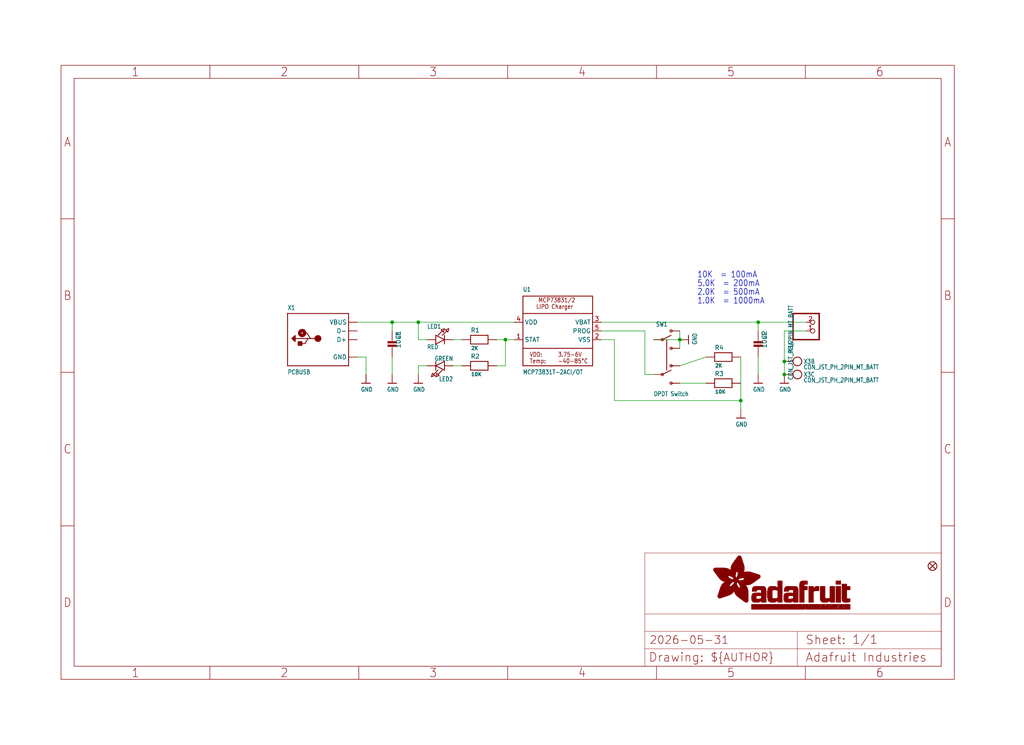
<source format=kicad_sch>
(kicad_sch (version 20230121) (generator eeschema)
  (paper "User" 298.45 217.322)
  (lib_symbols
    (symbol "working-eagle-import:CAP_CERAMIC0805-NOOUTLINE"
      (property "Reference" "C" (at -2.29 1.25 90))
      (symbol "CAP_CERAMIC0805-NOOUTLINE_1_0"
        (pin passive line (at 0 5.08 270) (length 2.54) (name "1") (number "1"))
        (pin passive line (at 0 -2.54 90) (length 2.54) (name "2") (number "2"))
      )
    )
    (symbol "working-eagle-import:CON_JST_PH_2PIN_MT_BATT"
      (property "Reference" "X" (at 0 5.588 90))
      (symbol "CON_JST_PH_2PIN_MT_BATT_1_0"
        (pin passive inverted (at -2.54 2.54 0) (length 2.54) (name "1") (number "1"))
        (pin passive inverted (at -2.54 0 0) (length 2.54) (name "2") (number "2"))
      )
      (symbol "CON_JST_PH_2PIN_MT_BATT_2_0"
        (pin bidirectional line (at 0 0 90) (length 2.54) (name "P$1") (number "NC2"))
      )
      (symbol "CON_JST_PH_2PIN_MT_BATT_3_0"
        (pin bidirectional line (at 0 0 90) (length 2.54) (name "P$1") (number "NC1"))
      )
    )
    (symbol "working-eagle-import:FIDUCIAL_1MM")
    (symbol "working-eagle-import:FRAME_A4_ADAFRUIT"
      (symbol "FRAME_A4_ADAFRUIT_1_0"
        (text "${#}/${##}" (at 230.505 10.16 0) (effects (font (size 2.54 2.54)) (justify left bottom)))
        (text "${AUTHOR}" (at 189.23 5.08 0) (effects (font (size 2.286 2.286)) (justify left bottom)))
        (text "${CURRENT_DATE}" (at 171.45 10.16 0) (effects (font (size 2.286 2.286)) (justify left bottom)))
        (text "${PROJECTNAME}" (at 171.45 15.24 0) (effects (font (size 2.54 2.54)) (justify left bottom)))
        (text "1" (at 21.6958 1.905 0) (effects (font (size 2.54 2.286))))
        (text "1" (at 21.6958 177.165 0) (effects (font (size 2.54 2.286))))
        (text "2" (at 65.0875 1.905 0) (effects (font (size 2.54 2.286))))
        (text "2" (at 65.0875 177.165 0) (effects (font (size 2.54 2.286))))
        (text "3" (at 108.4792 1.905 0) (effects (font (size 2.54 2.286))))
        (text "3" (at 108.4792 177.165 0) (effects (font (size 2.54 2.286))))
        (text "4" (at 151.8708 1.905 0) (effects (font (size 2.54 2.286))))
        (text "4" (at 151.8708 177.165 0) (effects (font (size 2.54 2.286))))
        (text "5" (at 195.2625 1.905 0) (effects (font (size 2.54 2.286))))
        (text "5" (at 195.2625 177.165 0) (effects (font (size 2.54 2.286))))
        (text "6" (at 238.6542 1.905 0) (effects (font (size 2.54 2.286))))
        (text "6" (at 238.6542 177.165 0) (effects (font (size 2.54 2.286))))
        (text "A" (at 1.905 156.6863 0) (effects (font (size 2.54 2.286))))
        (text "A" (at 258.445 156.6863 0) (effects (font (size 2.54 2.286))))
        (text "Adafruit Industries" (at 216.916 4.953 0) (effects (font (size 2.54 2.54)) (justify left bottom)))
        (text "B" (at 1.905 111.9188 0) (effects (font (size 2.54 2.286))))
        (text "B" (at 258.445 111.9188 0) (effects (font (size 2.54 2.286))))
        (text "C" (at 1.905 67.1513 0) (effects (font (size 2.54 2.286))))
        (text "C" (at 258.445 67.1513 0) (effects (font (size 2.54 2.286))))
        (text "D" (at 1.905 22.3838 0) (effects (font (size 2.54 2.286))))
        (text "D" (at 258.445 22.3838 0) (effects (font (size 2.54 2.286))))
        (text "Drawing:" (at 171.196 4.953 0) (effects (font (size 2.54 2.54)) (justify left bottom)))
        (text "Sheet:" (at 216.916 10.033 0) (effects (font (size 2.54 2.54)) (justify left bottom)))
      )
    )
    (symbol "working-eagle-import:GND" (power)
      (property "Value" "GND" (at -1.524 -2.54 0))
      (symbol "GND_1_0"
        (pin power_in line (at 0 2.54 270) (length 2.54) (name "GND") (number "1"))
      )
    )
    (symbol "working-eagle-import:LED0603_NOOUTLINE"
      (property "Reference" "D" (at -1.27 4.445 0))
      (symbol "LED0603_NOOUTLINE_1_0"
        (pin passive line (at -5.08 0 0) (length 2.54) (name "A") (number "A"))
        (pin passive line (at 2.54 0 180) (length 2.54) (name "C") (number "C"))
      )
    )
    (symbol "working-eagle-import:MCP73831/2"
      (property "Reference" "U" (at -10.16 11.43 0))
      (symbol "MCP73831/2_1_0"
        (text "-40-85°C" (at 0 -9.525 0) (effects (font (size 1.27 1.0795)) (justify left bottom)))
        (text "3.75-6V" (at 0 -7.62 0) (effects (font (size 1.27 1.0795)) (justify left bottom)))
        (text "LIPO Charger" (at -6.35 6.35 0) (effects (font (size 1.27 1.0795)) (justify left bottom)))
        (text "MCP73831/2" (at -5.715 8.255 0) (effects (font (size 1.27 1.0795)) (justify left bottom)))
        (text "Temp:" (at -8.255 -9.525 0) (effects (font (size 1.27 1.0795)) (justify left bottom)))
        (text "VDD:" (at -8.255 -7.62 0) (effects (font (size 1.27 1.0795)) (justify left bottom)))
        (pin output line (at -12.7 -2.54 0) (length 2.54) (name "STAT") (number "1"))
        (pin power_in line (at 12.7 -2.54 180) (length 2.54) (name "VSS") (number "2"))
        (pin power_in line (at 12.7 2.54 180) (length 2.54) (name "VBAT") (number "3"))
        (pin power_in line (at -12.7 2.54 0) (length 2.54) (name "VDD") (number "4"))
        (pin input line (at 12.7 0 180) (length 2.54) (name "PROG") (number "5"))
      )
    )
    (symbol "working-eagle-import:RESISTOR_0603_NOOUT"
      (property "Reference" "R" (at 0 2.54 0))
      (symbol "RESISTOR_0603_NOOUT_1_0"
        (pin passive line (at -5.08 0 0) (length 2.54) (name "1") (number "1"))
        (pin passive line (at 5.08 0 180) (length 2.54) (name "2") (number "2"))
      )
    )
    (symbol "working-eagle-import:SWITCH_DPDTEG1390"
      (property "Reference" "SW" (at -4.445 8.89 0))
      (symbol "SWITCH_DPDTEG1390_1_0"
        (pin passive line (at 2.54 7.62 180) (length 2.54) (name "O1") (number "O1"))
        (pin passive line (at 2.54 -2.54 180) (length 2.54) (name "O2") (number "O2"))
        (pin passive line (at -5.08 5.08 0) (length 2.54) (name "P1") (number "P1"))
        (pin passive line (at -5.08 -5.08 0) (length 2.54) (name "P2") (number "P2"))
        (pin passive line (at 2.54 2.54 180) (length 2.54) (name "S1") (number "S1"))
        (pin passive line (at 2.54 -7.62 180) (length 2.54) (name "S2") (number "S2"))
      )
    )
    (symbol "working-eagle-import:USB_TYPEAPCB"
      (property "Reference" "X" (at -10.16 8.636 0))
      (symbol "USB_TYPEAPCB_1_0"
        (pin power_in line (at 10.16 -5.08 180) (length 2.54) (name "GND") (number "GND"))
        (pin bidirectional line (at 10.16 2.54 180) (length 2.54) (name "D-") (number "USB_NEG"))
        (pin bidirectional line (at 10.16 0 180) (length 2.54) (name "D+") (number "USB_PLUS"))
        (pin power_in line (at 10.16 5.08 180) (length 2.54) (name "VBUS") (number "VCC"))
      )
    )
  )
  (junction (at 228.6 109.22))
  (junction (at 121.92 93.98))
  (junction (at 228.6 105.41))
  (junction (at 198.12 99.06))
  (junction (at 220.98 93.98))
  (junction (at 114.3 93.98))
  (junction (at 147.32 99.06))
  (junction (at 215.9 116.84))
  (wire (pts (xy 114.3 93.98) (xy 121.92 93.98)) (stroke (width 0.1524)))
  (wire (pts (xy 121.92 106.68) (xy 121.92 109.22)) (stroke (width 0.1524)))
  (wire (pts (xy 144.78 106.68) (xy 147.32 106.68)) (stroke (width 0.1524)))
  (wire (pts (xy 234.95 96.52) (xy 228.6 96.52)) (stroke (width 0.1524)))
  (wire (pts (xy 147.32 99.06) (xy 149.86 99.06)) (stroke (width 0.1524)))
  (wire (pts (xy 198.12 106.68) (xy 205.74 104.14)) (stroke (width 0.1524)))
  (wire (pts (xy 104.14 93.98) (xy 114.3 93.98)) (stroke (width 0.1524)))
  (wire (pts (xy 198.12 111.76) (xy 205.74 111.76)) (stroke (width 0.1524)))
  (wire (pts (xy 175.26 96.52) (xy 187.96 96.52)) (stroke (width 0.1524)))
  (wire (pts (xy 220.98 96.52) (xy 220.98 93.98)) (stroke (width 0.1524)))
  (wire (pts (xy 215.9 116.84) (xy 215.9 119.38)) (stroke (width 0.1524)))
  (wire (pts (xy 124.46 106.68) (xy 121.92 106.68)) (stroke (width 0.1524)))
  (wire (pts (xy 121.92 99.06) (xy 121.92 93.98)) (stroke (width 0.1524)))
  (wire (pts (xy 228.6 96.52) (xy 228.6 105.41)) (stroke (width 0.1524)))
  (wire (pts (xy 144.78 99.06) (xy 147.32 99.06)) (stroke (width 0.1524)))
  (wire (pts (xy 175.26 99.06) (xy 179.07 99.06)) (stroke (width 0.1524)))
  (wire (pts (xy 106.68 104.14) (xy 106.68 109.22)) (stroke (width 0.1524)))
  (wire (pts (xy 179.07 116.84) (xy 215.9 116.84)) (stroke (width 0.1524)))
  (wire (pts (xy 114.3 104.14) (xy 114.3 109.22)) (stroke (width 0.1524)))
  (wire (pts (xy 228.6 105.41) (xy 228.6 109.22)) (stroke (width 0.1524)))
  (wire (pts (xy 190.5 99.06) (xy 198.12 99.06)) (stroke (width 0.1524)))
  (wire (pts (xy 134.62 106.68) (xy 132.08 106.68)) (stroke (width 0.1524)))
  (wire (pts (xy 124.46 99.06) (xy 121.92 99.06)) (stroke (width 0.1524)))
  (wire (pts (xy 104.14 104.14) (xy 106.68 104.14)) (stroke (width 0.1524)))
  (wire (pts (xy 187.96 109.22) (xy 187.96 96.52)) (stroke (width 0.1524)))
  (wire (pts (xy 121.92 93.98) (xy 149.86 93.98)) (stroke (width 0.1524)))
  (wire (pts (xy 198.12 99.06) (xy 198.12 96.52)) (stroke (width 0.1524)))
  (wire (pts (xy 234.95 93.98) (xy 220.98 93.98)) (stroke (width 0.1524)))
  (wire (pts (xy 147.32 106.68) (xy 147.32 99.06)) (stroke (width 0.1524)))
  (wire (pts (xy 220.98 104.14) (xy 220.98 109.22)) (stroke (width 0.1524)))
  (wire (pts (xy 179.07 99.06) (xy 179.07 116.84)) (stroke (width 0.1524)))
  (wire (pts (xy 132.08 99.06) (xy 134.62 99.06)) (stroke (width 0.1524)))
  (wire (pts (xy 220.98 93.98) (xy 175.26 93.98)) (stroke (width 0.1524)))
  (wire (pts (xy 198.12 99.06) (xy 198.12 101.6)) (stroke (width 0.1524)))
  (wire (pts (xy 114.3 96.52) (xy 114.3 93.98)) (stroke (width 0.1524)))
  (wire (pts (xy 215.9 104.14) (xy 215.9 116.84)) (stroke (width 0.1524)))
  (wire (pts (xy 190.5 109.22) (xy 187.96 109.22)) (stroke (width 0.1524)))
  (text "2.0K  = 500mA" (at 203.2 86.36 0) (effects (font (size 1.778 1.5113)) (justify left bottom)))
  (text "10K  = 100mA" (at 203.2 81.28 0) (effects (font (size 1.778 1.5113)) (justify left bottom)))
  (text "1.0K  = 1000mA" (at 203.2 88.9 0) (effects (font (size 1.778 1.5113)) (justify left bottom)))
  (text "5.0K  = 200mA" (at 203.2 83.82 0) (effects (font (size 1.778 1.5113)) (justify left bottom)))
  (symbol (lib_id "working-eagle-import:GND") (at 121.92 111.76 0) (unit 1)
    (property "Reference" "#U$7" (effects hide))
    (property "Value" "GND" (at 120.396 114.3 0) (effects (font (size 1.27 1.0795)) (justify left bottom)))
  )
  (symbol (lib_id "working-eagle-import:GND") (at 215.9 121.92 0) (unit 1)
    (property "Reference" "#U$6" (effects hide))
    (property "Value" "GND" (at 214.376 124.46 0) (effects (font (size 1.27 1.0795)) (justify left bottom)))
  )
  (symbol (lib_id "working-eagle-import:USB_TYPEAPCB") (at 93.98 99.06 0) (unit 1)
    (property "Reference" "X1" (at 83.82 90.424 0) (effects (font (size 1.27 1.0795)) (justify left bottom)))
    (property "Value" "PCBUSB" (at 83.82 109.22 0) (effects (font (size 1.27 1.0795)) (justify left bottom)))
    (property "Footprint" "working:USBA_PCB" (effects hide))
  )
  (symbol (lib_id "working-eagle-import:GND") (at 106.68 111.76 0) (unit 1)
    (property "Reference" "#U$2" (effects hide))
    (property "Value" "GND" (at 105.156 114.3 0) (effects (font (size 1.27 1.0795)) (justify left bottom)))
  )
  (symbol (lib_id "working-eagle-import:LED0603_NOOUTLINE") (at 127 106.68 180) (unit 1)
    (property "Reference" "LED2" (at 132.08 109.855 0) (effects (font (size 1.27 1.0795)) (justify left bottom)))
    (property "Value" "GREEN" (at 132.08 103.886 0) (effects (font (size 1.27 1.0795)) (justify left bottom)))
    (property "Footprint" "working:CHIPLED_0603_NOOUTLINE" (effects hide))
  )
  (symbol (lib_id "working-eagle-import:FIDUCIAL_1MM") (at 271.78 165.1 0) (unit 1)
    (property "Reference" "FID1" (effects hide))
    (property "Value" "FIDUCIAL_1MM" (effects hide))
    (property "Footprint" "working:FIDUCIAL_1MM" (effects hide))
  )
  (symbol (lib_id "working-eagle-import:LED0603_NOOUTLINE") (at 129.54 99.06 0) (unit 1)
    (property "Reference" "LED1" (at 124.46 95.885 0) (effects (font (size 1.27 1.0795)) (justify left bottom)))
    (property "Value" "RED" (at 124.46 101.854 0) (effects (font (size 1.27 1.0795)) (justify left bottom)))
    (property "Footprint" "working:CHIPLED_0603_NOOUTLINE" (effects hide))
  )
  (symbol (lib_id "working-eagle-import:CAP_CERAMIC0805-NOOUTLINE") (at 114.3 101.6 0) (unit 1)
    (property "Reference" "C1" (at 116.84 99.06 90) (effects (justify left bottom)))
    (property "Value" "10uF" (at 116.84 101.6 90) (effects (justify left bottom)))
    (property "Footprint" "working:0805-NO" (effects hide))
  )
  (symbol (lib_id "working-eagle-import:GND") (at 200.66 99.06 90) (unit 1)
    (property "Reference" "#U$10" (effects hide))
    (property "Value" "GND" (at 203.2 100.584 0) (effects (font (size 1.27 1.0795)) (justify left bottom)))
  )
  (symbol (lib_id "working-eagle-import:RESISTOR_0603_NOOUT") (at 139.7 106.68 0) (unit 1)
    (property "Reference" "R2" (at 137.16 104.648 0) (effects (justify left bottom)))
    (property "Value" "10K" (at 137.16 109.855 0) (effects (font (size 1.016 1.016) bold) (justify left bottom)))
    (property "Footprint" "working:0603-NO" (effects hide))
  )
  (symbol (lib_id "working-eagle-import:SWITCH_DPDTEG1390") (at 195.58 104.14 0) (unit 1)
    (property "Reference" "SW1" (at 191.135 95.25 0) (effects (font (size 1.27 1.0795)) (justify left bottom)))
    (property "Value" "DPDT Switch" (at 190.5 115.57 0) (effects (font (size 1.27 1.0795)) (justify left bottom)))
    (property "Footprint" "working:EG1390" (effects hide))
  )
  (symbol (lib_id "working-eagle-import:CAP_CERAMIC0805-NOOUTLINE") (at 220.98 101.6 0) (unit 1)
    (property "Reference" "C2" (at 223.52 99.06 90) (effects (justify left bottom)))
    (property "Value" "10uF" (at 223.52 101.6 90) (effects (justify left bottom)))
    (property "Footprint" "working:0805-NO" (effects hide))
  )
  (symbol (lib_id "working-eagle-import:CON_JST_PH_2PIN_MT_BATT") (at 228.6 109.22 270) (unit 3)
    (property "Reference" "X3" (at 234.188 109.22 90) (effects (font (size 1.27 1.0795)) (justify left)))
    (property "Value" "CON_JST_PH_2PIN_MT_BATT" (at 234.188 110.871 90) (effects (font (size 1.27 1.0795)) (justify left)))
    (property "Footprint" "working:JSTPH2_BATT" (effects hide))
  )
  (symbol (lib_id "working-eagle-import:GND") (at 114.3 111.76 0) (unit 1)
    (property "Reference" "#U$3" (effects hide))
    (property "Value" "GND" (at 112.776 114.3 0) (effects (font (size 1.27 1.0795)) (justify left bottom)))
  )
  (symbol (lib_id "working-eagle-import:RESISTOR_0603_NOOUT") (at 139.7 99.06 0) (unit 1)
    (property "Reference" "R1" (at 137.16 97.028 0) (effects (justify left bottom)))
    (property "Value" "2K" (at 137.16 102.235 0) (effects (font (size 1.016 1.016) bold) (justify left bottom)))
    (property "Footprint" "working:0603-NO" (effects hide))
  )
  (symbol (lib_id "working-eagle-import:CON_JST_PH_2PIN_MT_BATT") (at 228.6 105.41 270) (unit 2)
    (property "Reference" "X3" (at 234.188 105.41 90) (effects (font (size 1.27 1.0795)) (justify left)))
    (property "Value" "CON_JST_PH_2PIN_MT_BATT" (at 234.188 107.061 90) (effects (font (size 1.27 1.0795)) (justify left)))
    (property "Footprint" "working:JSTPH2_BATT" (effects hide))
  )
  (symbol (lib_id "working-eagle-import:MCP73831/2") (at 162.56 96.52 0) (unit 1)
    (property "Reference" "U1" (at 152.4 85.09 0) (effects (font (size 1.27 1.0795)) (justify left bottom)))
    (property "Value" "MCP73831T-2ACI/OT" (at 152.4 109.22 0) (effects (font (size 1.27 1.0795)) (justify left bottom)))
    (property "Footprint" "working:SOT23-5" (effects hide))
  )
  (symbol (lib_id "working-eagle-import:RESISTOR_0603_NOOUT") (at 210.82 104.14 0) (unit 1)
    (property "Reference" "R4" (at 208.28 102.108 0) (effects (justify left bottom)))
    (property "Value" "2K" (at 208.28 107.315 0) (effects (font (size 1.016 1.016) bold) (justify left bottom)))
    (property "Footprint" "working:0603-NO" (effects hide))
  )
  (symbol (lib_id "working-eagle-import:RESISTOR_0603_NOOUT") (at 210.82 111.76 0) (unit 1)
    (property "Reference" "R3" (at 208.28 109.728 0) (effects (justify left bottom)))
    (property "Value" "10K" (at 208.28 114.935 0) (effects (font (size 1.016 1.016) bold) (justify left bottom)))
    (property "Footprint" "working:0603-NO" (effects hide))
  )
  (symbol (lib_id "working-eagle-import:GND") (at 220.98 111.76 0) (unit 1)
    (property "Reference" "#U$5" (effects hide))
    (property "Value" "GND" (at 219.456 114.3 0) (effects (font (size 1.27 1.0795)) (justify left bottom)))
  )
  (symbol (lib_id "working-eagle-import:FRAME_A4_ADAFRUIT") (at 17.78 198.12 0) (unit 1)
    (property "Reference" "#U$1" (effects hide))
    (property "Value" "FRAME_A4_ADAFRUIT" (effects hide))
  )
  (symbol (lib_id "working-eagle-import:GND") (at 228.6 111.76 0) (unit 1)
    (property "Reference" "#U$4" (effects hide))
    (property "Value" "GND" (at 227.076 114.3 0) (effects (font (size 1.27 1.0795)) (justify left bottom)))
  )
  (symbol (lib_id "working-eagle-import:CON_JST_PH_2PIN_MT_BATT") (at 237.49 93.98 0) (mirror x) (unit 1)
    (property "Reference" "X3" (at 231.14 99.695 90) (effects (font (size 1.27 1.0795)) (justify left bottom)))
    (property "Value" "CON_JST_PH_2PIN_MT_BATT" (at 231.14 88.9 90) (effects (font (size 1.27 1.0795)) (justify left bottom)))
    (property "Footprint" "working:JSTPH2_BATT" (effects hide))
  )
)
</source>
